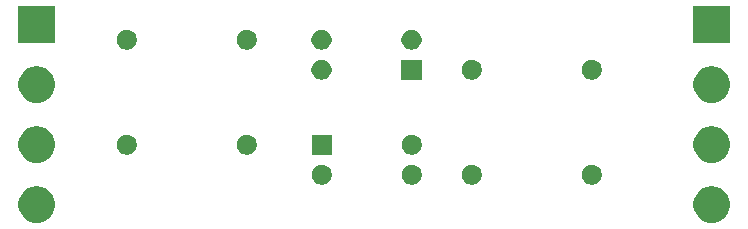
<source format=gbr>
G04 #@! TF.GenerationSoftware,KiCad,Pcbnew,(5.1.5)-3*
G04 #@! TF.CreationDate,2020-05-02T00:05:06+08:00*
G04 #@! TF.ProjectId,uartIsolator,75617274-4973-46f6-9c61-746f722e6b69,rev?*
G04 #@! TF.SameCoordinates,Original*
G04 #@! TF.FileFunction,Soldermask,Top*
G04 #@! TF.FilePolarity,Negative*
%FSLAX46Y46*%
G04 Gerber Fmt 4.6, Leading zero omitted, Abs format (unit mm)*
G04 Created by KiCad (PCBNEW (5.1.5)-3) date 2020-05-02 00:05:06*
%MOMM*%
%LPD*%
G04 APERTURE LIST*
%ADD10C,0.100000*%
G04 APERTURE END LIST*
D10*
G36*
X200962585Y-78488802D02*
G01*
X201112410Y-78518604D01*
X201394674Y-78635521D01*
X201648705Y-78805259D01*
X201864741Y-79021295D01*
X202034479Y-79275326D01*
X202151396Y-79557590D01*
X202211000Y-79857240D01*
X202211000Y-80162760D01*
X202151396Y-80462410D01*
X202034479Y-80744674D01*
X201864741Y-80998705D01*
X201648705Y-81214741D01*
X201394674Y-81384479D01*
X201112410Y-81501396D01*
X200962585Y-81531198D01*
X200812761Y-81561000D01*
X200507239Y-81561000D01*
X200357415Y-81531198D01*
X200207590Y-81501396D01*
X199925326Y-81384479D01*
X199671295Y-81214741D01*
X199455259Y-80998705D01*
X199285521Y-80744674D01*
X199168604Y-80462410D01*
X199109000Y-80162760D01*
X199109000Y-79857240D01*
X199168604Y-79557590D01*
X199285521Y-79275326D01*
X199455259Y-79021295D01*
X199671295Y-78805259D01*
X199925326Y-78635521D01*
X200207590Y-78518604D01*
X200357415Y-78488802D01*
X200507239Y-78459000D01*
X200812761Y-78459000D01*
X200962585Y-78488802D01*
G37*
G36*
X143812585Y-78488802D02*
G01*
X143962410Y-78518604D01*
X144244674Y-78635521D01*
X144498705Y-78805259D01*
X144714741Y-79021295D01*
X144884479Y-79275326D01*
X145001396Y-79557590D01*
X145061000Y-79857240D01*
X145061000Y-80162760D01*
X145001396Y-80462410D01*
X144884479Y-80744674D01*
X144714741Y-80998705D01*
X144498705Y-81214741D01*
X144244674Y-81384479D01*
X143962410Y-81501396D01*
X143812585Y-81531198D01*
X143662761Y-81561000D01*
X143357239Y-81561000D01*
X143207415Y-81531198D01*
X143057590Y-81501396D01*
X142775326Y-81384479D01*
X142521295Y-81214741D01*
X142305259Y-80998705D01*
X142135521Y-80744674D01*
X142018604Y-80462410D01*
X141959000Y-80162760D01*
X141959000Y-79857240D01*
X142018604Y-79557590D01*
X142135521Y-79275326D01*
X142305259Y-79021295D01*
X142521295Y-78805259D01*
X142775326Y-78635521D01*
X143057590Y-78518604D01*
X143207415Y-78488802D01*
X143357239Y-78459000D01*
X143662761Y-78459000D01*
X143812585Y-78488802D01*
G37*
G36*
X190748228Y-76651703D02*
G01*
X190903100Y-76715853D01*
X191042481Y-76808985D01*
X191161015Y-76927519D01*
X191254147Y-77066900D01*
X191318297Y-77221772D01*
X191351000Y-77386184D01*
X191351000Y-77553816D01*
X191318297Y-77718228D01*
X191254147Y-77873100D01*
X191161015Y-78012481D01*
X191042481Y-78131015D01*
X190903100Y-78224147D01*
X190748228Y-78288297D01*
X190583816Y-78321000D01*
X190416184Y-78321000D01*
X190251772Y-78288297D01*
X190096900Y-78224147D01*
X189957519Y-78131015D01*
X189838985Y-78012481D01*
X189745853Y-77873100D01*
X189681703Y-77718228D01*
X189649000Y-77553816D01*
X189649000Y-77386184D01*
X189681703Y-77221772D01*
X189745853Y-77066900D01*
X189838985Y-76927519D01*
X189957519Y-76808985D01*
X190096900Y-76715853D01*
X190251772Y-76651703D01*
X190416184Y-76619000D01*
X190583816Y-76619000D01*
X190748228Y-76651703D01*
G37*
G36*
X180588228Y-76651703D02*
G01*
X180743100Y-76715853D01*
X180882481Y-76808985D01*
X181001015Y-76927519D01*
X181094147Y-77066900D01*
X181158297Y-77221772D01*
X181191000Y-77386184D01*
X181191000Y-77553816D01*
X181158297Y-77718228D01*
X181094147Y-77873100D01*
X181001015Y-78012481D01*
X180882481Y-78131015D01*
X180743100Y-78224147D01*
X180588228Y-78288297D01*
X180423816Y-78321000D01*
X180256184Y-78321000D01*
X180091772Y-78288297D01*
X179936900Y-78224147D01*
X179797519Y-78131015D01*
X179678985Y-78012481D01*
X179585853Y-77873100D01*
X179521703Y-77718228D01*
X179489000Y-77553816D01*
X179489000Y-77386184D01*
X179521703Y-77221772D01*
X179585853Y-77066900D01*
X179678985Y-76927519D01*
X179797519Y-76808985D01*
X179936900Y-76715853D01*
X180091772Y-76651703D01*
X180256184Y-76619000D01*
X180423816Y-76619000D01*
X180588228Y-76651703D01*
G37*
G36*
X175508228Y-76651703D02*
G01*
X175663100Y-76715853D01*
X175802481Y-76808985D01*
X175921015Y-76927519D01*
X176014147Y-77066900D01*
X176078297Y-77221772D01*
X176111000Y-77386184D01*
X176111000Y-77553816D01*
X176078297Y-77718228D01*
X176014147Y-77873100D01*
X175921015Y-78012481D01*
X175802481Y-78131015D01*
X175663100Y-78224147D01*
X175508228Y-78288297D01*
X175343816Y-78321000D01*
X175176184Y-78321000D01*
X175011772Y-78288297D01*
X174856900Y-78224147D01*
X174717519Y-78131015D01*
X174598985Y-78012481D01*
X174505853Y-77873100D01*
X174441703Y-77718228D01*
X174409000Y-77553816D01*
X174409000Y-77386184D01*
X174441703Y-77221772D01*
X174505853Y-77066900D01*
X174598985Y-76927519D01*
X174717519Y-76808985D01*
X174856900Y-76715853D01*
X175011772Y-76651703D01*
X175176184Y-76619000D01*
X175343816Y-76619000D01*
X175508228Y-76651703D01*
G37*
G36*
X167888228Y-76651703D02*
G01*
X168043100Y-76715853D01*
X168182481Y-76808985D01*
X168301015Y-76927519D01*
X168394147Y-77066900D01*
X168458297Y-77221772D01*
X168491000Y-77386184D01*
X168491000Y-77553816D01*
X168458297Y-77718228D01*
X168394147Y-77873100D01*
X168301015Y-78012481D01*
X168182481Y-78131015D01*
X168043100Y-78224147D01*
X167888228Y-78288297D01*
X167723816Y-78321000D01*
X167556184Y-78321000D01*
X167391772Y-78288297D01*
X167236900Y-78224147D01*
X167097519Y-78131015D01*
X166978985Y-78012481D01*
X166885853Y-77873100D01*
X166821703Y-77718228D01*
X166789000Y-77553816D01*
X166789000Y-77386184D01*
X166821703Y-77221772D01*
X166885853Y-77066900D01*
X166978985Y-76927519D01*
X167097519Y-76808985D01*
X167236900Y-76715853D01*
X167391772Y-76651703D01*
X167556184Y-76619000D01*
X167723816Y-76619000D01*
X167888228Y-76651703D01*
G37*
G36*
X143812585Y-73408802D02*
G01*
X143962410Y-73438604D01*
X144244674Y-73555521D01*
X144498705Y-73725259D01*
X144714741Y-73941295D01*
X144884479Y-74195326D01*
X145001396Y-74477590D01*
X145061000Y-74777240D01*
X145061000Y-75082760D01*
X145001396Y-75382410D01*
X144884479Y-75664674D01*
X144714741Y-75918705D01*
X144498705Y-76134741D01*
X144244674Y-76304479D01*
X143962410Y-76421396D01*
X143812585Y-76451198D01*
X143662761Y-76481000D01*
X143357239Y-76481000D01*
X143207415Y-76451198D01*
X143057590Y-76421396D01*
X142775326Y-76304479D01*
X142521295Y-76134741D01*
X142305259Y-75918705D01*
X142135521Y-75664674D01*
X142018604Y-75382410D01*
X141959000Y-75082760D01*
X141959000Y-74777240D01*
X142018604Y-74477590D01*
X142135521Y-74195326D01*
X142305259Y-73941295D01*
X142521295Y-73725259D01*
X142775326Y-73555521D01*
X143057590Y-73438604D01*
X143207415Y-73408802D01*
X143357239Y-73379000D01*
X143662761Y-73379000D01*
X143812585Y-73408802D01*
G37*
G36*
X200962585Y-73408802D02*
G01*
X201112410Y-73438604D01*
X201394674Y-73555521D01*
X201648705Y-73725259D01*
X201864741Y-73941295D01*
X202034479Y-74195326D01*
X202151396Y-74477590D01*
X202211000Y-74777240D01*
X202211000Y-75082760D01*
X202151396Y-75382410D01*
X202034479Y-75664674D01*
X201864741Y-75918705D01*
X201648705Y-76134741D01*
X201394674Y-76304479D01*
X201112410Y-76421396D01*
X200962585Y-76451198D01*
X200812761Y-76481000D01*
X200507239Y-76481000D01*
X200357415Y-76451198D01*
X200207590Y-76421396D01*
X199925326Y-76304479D01*
X199671295Y-76134741D01*
X199455259Y-75918705D01*
X199285521Y-75664674D01*
X199168604Y-75382410D01*
X199109000Y-75082760D01*
X199109000Y-74777240D01*
X199168604Y-74477590D01*
X199285521Y-74195326D01*
X199455259Y-73941295D01*
X199671295Y-73725259D01*
X199925326Y-73555521D01*
X200207590Y-73438604D01*
X200357415Y-73408802D01*
X200507239Y-73379000D01*
X200812761Y-73379000D01*
X200962585Y-73408802D01*
G37*
G36*
X151378228Y-74111703D02*
G01*
X151533100Y-74175853D01*
X151672481Y-74268985D01*
X151791015Y-74387519D01*
X151884147Y-74526900D01*
X151948297Y-74681772D01*
X151981000Y-74846184D01*
X151981000Y-75013816D01*
X151948297Y-75178228D01*
X151884147Y-75333100D01*
X151791015Y-75472481D01*
X151672481Y-75591015D01*
X151533100Y-75684147D01*
X151378228Y-75748297D01*
X151213816Y-75781000D01*
X151046184Y-75781000D01*
X150881772Y-75748297D01*
X150726900Y-75684147D01*
X150587519Y-75591015D01*
X150468985Y-75472481D01*
X150375853Y-75333100D01*
X150311703Y-75178228D01*
X150279000Y-75013816D01*
X150279000Y-74846184D01*
X150311703Y-74681772D01*
X150375853Y-74526900D01*
X150468985Y-74387519D01*
X150587519Y-74268985D01*
X150726900Y-74175853D01*
X150881772Y-74111703D01*
X151046184Y-74079000D01*
X151213816Y-74079000D01*
X151378228Y-74111703D01*
G37*
G36*
X161538228Y-74111703D02*
G01*
X161693100Y-74175853D01*
X161832481Y-74268985D01*
X161951015Y-74387519D01*
X162044147Y-74526900D01*
X162108297Y-74681772D01*
X162141000Y-74846184D01*
X162141000Y-75013816D01*
X162108297Y-75178228D01*
X162044147Y-75333100D01*
X161951015Y-75472481D01*
X161832481Y-75591015D01*
X161693100Y-75684147D01*
X161538228Y-75748297D01*
X161373816Y-75781000D01*
X161206184Y-75781000D01*
X161041772Y-75748297D01*
X160886900Y-75684147D01*
X160747519Y-75591015D01*
X160628985Y-75472481D01*
X160535853Y-75333100D01*
X160471703Y-75178228D01*
X160439000Y-75013816D01*
X160439000Y-74846184D01*
X160471703Y-74681772D01*
X160535853Y-74526900D01*
X160628985Y-74387519D01*
X160747519Y-74268985D01*
X160886900Y-74175853D01*
X161041772Y-74111703D01*
X161206184Y-74079000D01*
X161373816Y-74079000D01*
X161538228Y-74111703D01*
G37*
G36*
X168491000Y-75781000D02*
G01*
X166789000Y-75781000D01*
X166789000Y-74079000D01*
X168491000Y-74079000D01*
X168491000Y-75781000D01*
G37*
G36*
X175508228Y-74111703D02*
G01*
X175663100Y-74175853D01*
X175802481Y-74268985D01*
X175921015Y-74387519D01*
X176014147Y-74526900D01*
X176078297Y-74681772D01*
X176111000Y-74846184D01*
X176111000Y-75013816D01*
X176078297Y-75178228D01*
X176014147Y-75333100D01*
X175921015Y-75472481D01*
X175802481Y-75591015D01*
X175663100Y-75684147D01*
X175508228Y-75748297D01*
X175343816Y-75781000D01*
X175176184Y-75781000D01*
X175011772Y-75748297D01*
X174856900Y-75684147D01*
X174717519Y-75591015D01*
X174598985Y-75472481D01*
X174505853Y-75333100D01*
X174441703Y-75178228D01*
X174409000Y-75013816D01*
X174409000Y-74846184D01*
X174441703Y-74681772D01*
X174505853Y-74526900D01*
X174598985Y-74387519D01*
X174717519Y-74268985D01*
X174856900Y-74175853D01*
X175011772Y-74111703D01*
X175176184Y-74079000D01*
X175343816Y-74079000D01*
X175508228Y-74111703D01*
G37*
G36*
X143812585Y-68328802D02*
G01*
X143962410Y-68358604D01*
X144244674Y-68475521D01*
X144498705Y-68645259D01*
X144714741Y-68861295D01*
X144884479Y-69115326D01*
X145001396Y-69397590D01*
X145061000Y-69697240D01*
X145061000Y-70002760D01*
X145001396Y-70302410D01*
X144884479Y-70584674D01*
X144714741Y-70838705D01*
X144498705Y-71054741D01*
X144244674Y-71224479D01*
X143962410Y-71341396D01*
X143812585Y-71371198D01*
X143662761Y-71401000D01*
X143357239Y-71401000D01*
X143207415Y-71371198D01*
X143057590Y-71341396D01*
X142775326Y-71224479D01*
X142521295Y-71054741D01*
X142305259Y-70838705D01*
X142135521Y-70584674D01*
X142018604Y-70302410D01*
X141959000Y-70002760D01*
X141959000Y-69697240D01*
X142018604Y-69397590D01*
X142135521Y-69115326D01*
X142305259Y-68861295D01*
X142521295Y-68645259D01*
X142775326Y-68475521D01*
X143057590Y-68358604D01*
X143207415Y-68328802D01*
X143357239Y-68299000D01*
X143662761Y-68299000D01*
X143812585Y-68328802D01*
G37*
G36*
X200962585Y-68328802D02*
G01*
X201112410Y-68358604D01*
X201394674Y-68475521D01*
X201648705Y-68645259D01*
X201864741Y-68861295D01*
X202034479Y-69115326D01*
X202151396Y-69397590D01*
X202211000Y-69697240D01*
X202211000Y-70002760D01*
X202151396Y-70302410D01*
X202034479Y-70584674D01*
X201864741Y-70838705D01*
X201648705Y-71054741D01*
X201394674Y-71224479D01*
X201112410Y-71341396D01*
X200962585Y-71371198D01*
X200812761Y-71401000D01*
X200507239Y-71401000D01*
X200357415Y-71371198D01*
X200207590Y-71341396D01*
X199925326Y-71224479D01*
X199671295Y-71054741D01*
X199455259Y-70838705D01*
X199285521Y-70584674D01*
X199168604Y-70302410D01*
X199109000Y-70002760D01*
X199109000Y-69697240D01*
X199168604Y-69397590D01*
X199285521Y-69115326D01*
X199455259Y-68861295D01*
X199671295Y-68645259D01*
X199925326Y-68475521D01*
X200207590Y-68358604D01*
X200357415Y-68328802D01*
X200507239Y-68299000D01*
X200812761Y-68299000D01*
X200962585Y-68328802D01*
G37*
G36*
X176091000Y-69431000D02*
G01*
X174389000Y-69431000D01*
X174389000Y-67729000D01*
X176091000Y-67729000D01*
X176091000Y-69431000D01*
G37*
G36*
X190748228Y-67761703D02*
G01*
X190903100Y-67825853D01*
X191042481Y-67918985D01*
X191161015Y-68037519D01*
X191254147Y-68176900D01*
X191318297Y-68331772D01*
X191351000Y-68496184D01*
X191351000Y-68663816D01*
X191318297Y-68828228D01*
X191254147Y-68983100D01*
X191161015Y-69122481D01*
X191042481Y-69241015D01*
X190903100Y-69334147D01*
X190748228Y-69398297D01*
X190583816Y-69431000D01*
X190416184Y-69431000D01*
X190251772Y-69398297D01*
X190096900Y-69334147D01*
X189957519Y-69241015D01*
X189838985Y-69122481D01*
X189745853Y-68983100D01*
X189681703Y-68828228D01*
X189649000Y-68663816D01*
X189649000Y-68496184D01*
X189681703Y-68331772D01*
X189745853Y-68176900D01*
X189838985Y-68037519D01*
X189957519Y-67918985D01*
X190096900Y-67825853D01*
X190251772Y-67761703D01*
X190416184Y-67729000D01*
X190583816Y-67729000D01*
X190748228Y-67761703D01*
G37*
G36*
X180588228Y-67761703D02*
G01*
X180743100Y-67825853D01*
X180882481Y-67918985D01*
X181001015Y-68037519D01*
X181094147Y-68176900D01*
X181158297Y-68331772D01*
X181191000Y-68496184D01*
X181191000Y-68663816D01*
X181158297Y-68828228D01*
X181094147Y-68983100D01*
X181001015Y-69122481D01*
X180882481Y-69241015D01*
X180743100Y-69334147D01*
X180588228Y-69398297D01*
X180423816Y-69431000D01*
X180256184Y-69431000D01*
X180091772Y-69398297D01*
X179936900Y-69334147D01*
X179797519Y-69241015D01*
X179678985Y-69122481D01*
X179585853Y-68983100D01*
X179521703Y-68828228D01*
X179489000Y-68663816D01*
X179489000Y-68496184D01*
X179521703Y-68331772D01*
X179585853Y-68176900D01*
X179678985Y-68037519D01*
X179797519Y-67918985D01*
X179936900Y-67825853D01*
X180091772Y-67761703D01*
X180256184Y-67729000D01*
X180423816Y-67729000D01*
X180588228Y-67761703D01*
G37*
G36*
X167868228Y-67761703D02*
G01*
X168023100Y-67825853D01*
X168162481Y-67918985D01*
X168281015Y-68037519D01*
X168374147Y-68176900D01*
X168438297Y-68331772D01*
X168471000Y-68496184D01*
X168471000Y-68663816D01*
X168438297Y-68828228D01*
X168374147Y-68983100D01*
X168281015Y-69122481D01*
X168162481Y-69241015D01*
X168023100Y-69334147D01*
X167868228Y-69398297D01*
X167703816Y-69431000D01*
X167536184Y-69431000D01*
X167371772Y-69398297D01*
X167216900Y-69334147D01*
X167077519Y-69241015D01*
X166958985Y-69122481D01*
X166865853Y-68983100D01*
X166801703Y-68828228D01*
X166769000Y-68663816D01*
X166769000Y-68496184D01*
X166801703Y-68331772D01*
X166865853Y-68176900D01*
X166958985Y-68037519D01*
X167077519Y-67918985D01*
X167216900Y-67825853D01*
X167371772Y-67761703D01*
X167536184Y-67729000D01*
X167703816Y-67729000D01*
X167868228Y-67761703D01*
G37*
G36*
X151378228Y-65221703D02*
G01*
X151533100Y-65285853D01*
X151672481Y-65378985D01*
X151791015Y-65497519D01*
X151884147Y-65636900D01*
X151948297Y-65791772D01*
X151981000Y-65956184D01*
X151981000Y-66123816D01*
X151948297Y-66288228D01*
X151884147Y-66443100D01*
X151791015Y-66582481D01*
X151672481Y-66701015D01*
X151533100Y-66794147D01*
X151378228Y-66858297D01*
X151213816Y-66891000D01*
X151046184Y-66891000D01*
X150881772Y-66858297D01*
X150726900Y-66794147D01*
X150587519Y-66701015D01*
X150468985Y-66582481D01*
X150375853Y-66443100D01*
X150311703Y-66288228D01*
X150279000Y-66123816D01*
X150279000Y-65956184D01*
X150311703Y-65791772D01*
X150375853Y-65636900D01*
X150468985Y-65497519D01*
X150587519Y-65378985D01*
X150726900Y-65285853D01*
X150881772Y-65221703D01*
X151046184Y-65189000D01*
X151213816Y-65189000D01*
X151378228Y-65221703D01*
G37*
G36*
X161538228Y-65221703D02*
G01*
X161693100Y-65285853D01*
X161832481Y-65378985D01*
X161951015Y-65497519D01*
X162044147Y-65636900D01*
X162108297Y-65791772D01*
X162141000Y-65956184D01*
X162141000Y-66123816D01*
X162108297Y-66288228D01*
X162044147Y-66443100D01*
X161951015Y-66582481D01*
X161832481Y-66701015D01*
X161693100Y-66794147D01*
X161538228Y-66858297D01*
X161373816Y-66891000D01*
X161206184Y-66891000D01*
X161041772Y-66858297D01*
X160886900Y-66794147D01*
X160747519Y-66701015D01*
X160628985Y-66582481D01*
X160535853Y-66443100D01*
X160471703Y-66288228D01*
X160439000Y-66123816D01*
X160439000Y-65956184D01*
X160471703Y-65791772D01*
X160535853Y-65636900D01*
X160628985Y-65497519D01*
X160747519Y-65378985D01*
X160886900Y-65285853D01*
X161041772Y-65221703D01*
X161206184Y-65189000D01*
X161373816Y-65189000D01*
X161538228Y-65221703D01*
G37*
G36*
X167868228Y-65221703D02*
G01*
X168023100Y-65285853D01*
X168162481Y-65378985D01*
X168281015Y-65497519D01*
X168374147Y-65636900D01*
X168438297Y-65791772D01*
X168471000Y-65956184D01*
X168471000Y-66123816D01*
X168438297Y-66288228D01*
X168374147Y-66443100D01*
X168281015Y-66582481D01*
X168162481Y-66701015D01*
X168023100Y-66794147D01*
X167868228Y-66858297D01*
X167703816Y-66891000D01*
X167536184Y-66891000D01*
X167371772Y-66858297D01*
X167216900Y-66794147D01*
X167077519Y-66701015D01*
X166958985Y-66582481D01*
X166865853Y-66443100D01*
X166801703Y-66288228D01*
X166769000Y-66123816D01*
X166769000Y-65956184D01*
X166801703Y-65791772D01*
X166865853Y-65636900D01*
X166958985Y-65497519D01*
X167077519Y-65378985D01*
X167216900Y-65285853D01*
X167371772Y-65221703D01*
X167536184Y-65189000D01*
X167703816Y-65189000D01*
X167868228Y-65221703D01*
G37*
G36*
X175488228Y-65221703D02*
G01*
X175643100Y-65285853D01*
X175782481Y-65378985D01*
X175901015Y-65497519D01*
X175994147Y-65636900D01*
X176058297Y-65791772D01*
X176091000Y-65956184D01*
X176091000Y-66123816D01*
X176058297Y-66288228D01*
X175994147Y-66443100D01*
X175901015Y-66582481D01*
X175782481Y-66701015D01*
X175643100Y-66794147D01*
X175488228Y-66858297D01*
X175323816Y-66891000D01*
X175156184Y-66891000D01*
X174991772Y-66858297D01*
X174836900Y-66794147D01*
X174697519Y-66701015D01*
X174578985Y-66582481D01*
X174485853Y-66443100D01*
X174421703Y-66288228D01*
X174389000Y-66123816D01*
X174389000Y-65956184D01*
X174421703Y-65791772D01*
X174485853Y-65636900D01*
X174578985Y-65497519D01*
X174697519Y-65378985D01*
X174836900Y-65285853D01*
X174991772Y-65221703D01*
X175156184Y-65189000D01*
X175323816Y-65189000D01*
X175488228Y-65221703D01*
G37*
G36*
X202211000Y-66321000D02*
G01*
X199109000Y-66321000D01*
X199109000Y-63219000D01*
X202211000Y-63219000D01*
X202211000Y-66321000D01*
G37*
G36*
X145061000Y-66321000D02*
G01*
X141959000Y-66321000D01*
X141959000Y-63219000D01*
X145061000Y-63219000D01*
X145061000Y-66321000D01*
G37*
M02*

</source>
